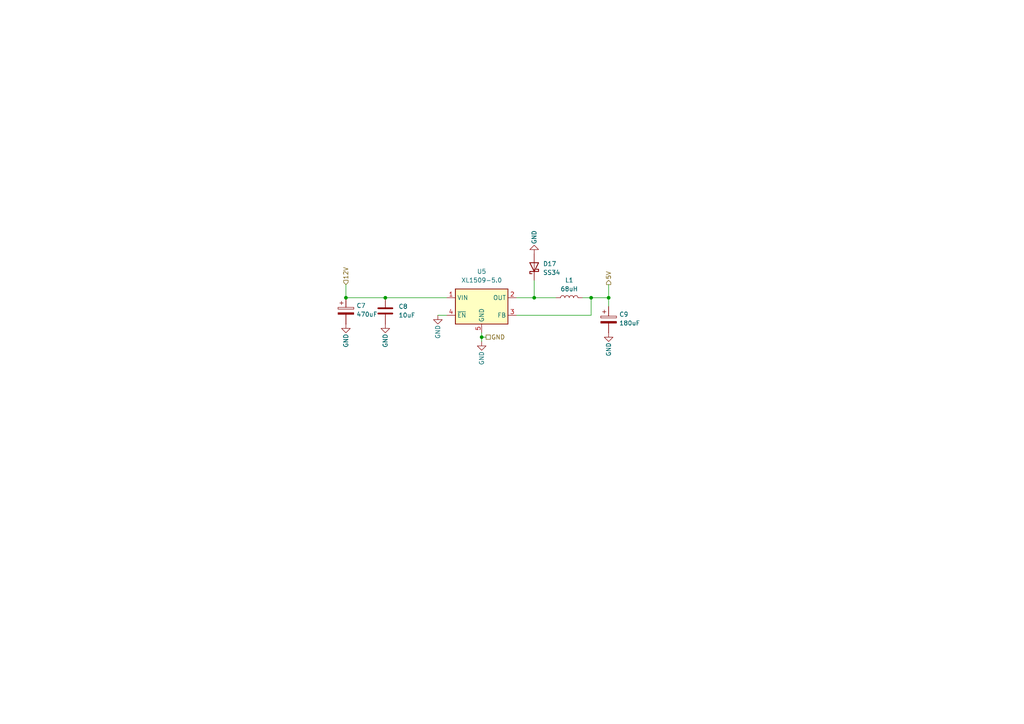
<source format=kicad_sch>
(kicad_sch (version 20250114) (generator "eeschema") (generator_version "9.0")
  (paper "A4")
  (lib_symbols
    (symbol "Device:C" (pin_numbers (hide yes)) (pin_names (offset 0.254))
      (property "Reference" "C" (at 0.635 2.54 0))
      (property "Value" "C" (at 0.635 -2.54 0))
      (symbol "C_0_1"
        (polyline (pts (xy -2.032 0.762) (xy 2.032 0.762)) (stroke (width 0.508)))
        (polyline (pts (xy -2.032 -0.762) (xy 2.032 -0.762)) (stroke (width 0.508)))
      )
      (symbol "C_1_1"
        (pin passive line (at 0 3.81 270) (length 2.794) (name "~") (number "1"))
        (pin passive line (at 0 -3.81 90) (length 2.794) (name "~") (number "2"))
      )
    )
    (symbol "Device:C_Polarized" (pin_numbers (hide yes)) (pin_names (offset 0.254))
      (property "Reference" "C" (at 0.635 2.54 0))
      (property "Value" "C_Polarized" (at 0.635 -2.54 0))
      (symbol "C_Polarized_0_1"
        (rectangle (start -2.286 0.508) (end 2.286 1.016))
        (polyline (pts (xy -1.778 2.286) (xy -0.762 2.286)))
        (polyline (pts (xy -1.27 2.794) (xy -1.27 1.778)))
        (rectangle (start 2.286 -0.508) (end -2.286 -1.016) (fill (type outline)))
      )
      (symbol "C_Polarized_1_1"
        (pin passive line (at 0 3.81 270) (length 2.794) (name "~") (number "1"))
        (pin passive line (at 0 -3.81 90) (length 2.794) (name "~") (number "2"))
      )
    )
    (symbol "Device:L" (pin_numbers (hide yes)) (pin_names (offset 1.016) (hide yes))
      (property "Reference" "L" (at -1.27 0 90))
      (property "Value" "L" (at 1.905 0 90))
      (symbol "L_0_1"
        (arc (start 0 2.54) (mid 0.6323 1.905) (end 0 1.27))
        (arc (start 0 1.27) (mid 0.6323 0.635) (end 0 0))
        (arc (start 0 0) (mid 0.6323 -0.635) (end 0 -1.27))
        (arc (start 0 -1.27) (mid 0.6323 -1.905) (end 0 -2.54))
      )
      (symbol "L_1_1"
        (pin passive line (at 0 3.81 270) (length 1.27) (name "1") (number "1"))
        (pin passive line (at 0 -3.81 90) (length 1.27) (name "2") (number "2"))
      )
    )
    (symbol "Diode:SS34" (pin_numbers (hide yes)) (pin_names (offset 1.016) (hide yes))
      (property "Reference" "D" (at 0 2.54 0))
      (property "Value" "SS34" (at 0 -2.54 0))
      (symbol "SS34_0_1"
        (polyline (pts (xy -1.905 0.635) (xy -1.905 1.27) (xy -1.27 1.27) (xy -1.27 -1.27) (xy -0.635 -1.27) (xy -0.635 -0.635)) (stroke (width 0.254)))
        (polyline (pts (xy 1.27 1.27) (xy 1.27 -1.27) (xy -1.27 0) (xy 1.27 1.27)) (stroke (width 0.254)))
        (polyline (pts (xy 1.27 0) (xy -1.27 0)))
      )
      (symbol "SS34_1_1"
        (pin passive line (at -3.81 0 0) (length 2.54) (name "K") (number "1"))
        (pin passive line (at 3.81 0 180) (length 2.54) (name "A") (number "2"))
      )
    )
    (symbol "Regulator_Switching:XL1509-5.0"
      (property "Reference" "U" (at -7.112 6.096 0))
      (property "Value" "XL1509-5.0" (at 5.842 6.096 0))
      (symbol "XL1509-5.0_0_1"
        (rectangle (start -7.62 5.08) (end 7.62 -5.08) (stroke (width 0.254)) (fill (type background)))
      )
      (symbol "XL1509-5.0_1_1"
        (pin power_in line (at -10.16 2.54 0) (length 2.54) (name "VIN") (number "1"))
        (pin input line (at -10.16 -2.54 0) (length 2.54) (name "~{EN}") (number "4"))
        (pin power_in line (at 0 -7.62 90) (length 2.54) (name "GND") (number "5"))
        (pin passive line (at 0 -7.62 90) (length 2.54) (hide yes) (name "GND") (number "6"))
        (pin passive line (at 0 -7.62 90) (length 2.54) (hide yes) (name "GND") (number "7"))
        (pin passive line (at 0 -7.62 90) (length 2.54) (hide yes) (name "GND") (number "8"))
        (pin power_out line (at 10.16 2.54 180) (length 2.54) (name "OUT") (number "2"))
        (pin input line (at 10.16 -2.54 180) (length 2.54) (name "FB") (number "3"))
      )
    )
    (symbol "power:GND" (power) (pin_numbers (hide yes)) (pin_names (offset 0) (hide yes))
      (property "Value" "GND" (at 0 -3.81 0))
      (symbol "GND_0_1"
        (polyline (pts (xy 0 0) (xy 0 -1.27) (xy 1.27 -1.27) (xy 0 -2.54) (xy -1.27 -1.27) (xy 0 -1.27)))
      )
      (symbol "GND_1_1"
        (pin power_in line (at 0 0 270) (length 0) (name "~") (number "1"))
      )
    )
  )
  (junction (at 139.7 97.79))
  (junction (at 111.76 86.36))
  (junction (at 100.33 86.36))
  (junction (at 154.94 86.36))
  (junction (at 171.45 86.36))
  (junction (at 176.53 86.36))
  (wire (pts (xy 139.7 97.79) (xy 139.7 96.52)))
  (wire (pts (xy 171.45 86.36) (xy 171.45 91.44)))
  (wire (pts (xy 161.29 86.36) (xy 154.94 86.36)))
  (wire (pts (xy 111.76 86.36) (xy 129.54 86.36)))
  (wire (pts (xy 154.94 86.36) (xy 149.86 86.36)))
  (wire (pts (xy 171.45 91.44) (xy 149.86 91.44)))
  (wire (pts (xy 100.33 86.36) (xy 111.76 86.36)))
  (wire (pts (xy 139.7 99.06) (xy 139.7 97.79)))
  (wire (pts (xy 100.33 82.55) (xy 100.33 86.36)))
  (wire (pts (xy 127 91.44) (xy 129.54 91.44)))
  (wire (pts (xy 176.53 88.9) (xy 176.53 86.36)))
  (wire (pts (xy 154.94 81.28) (xy 154.94 86.36)))
  (wire (pts (xy 171.45 86.36) (xy 176.53 86.36)))
  (wire (pts (xy 139.7 97.79) (xy 140.97 97.79)))
  (wire (pts (xy 176.53 82.55) (xy 176.53 86.36)))
  (wire (pts (xy 168.91 86.36) (xy 171.45 86.36)))
  (hierarchical_label "12V" (shape input) (at 100.33 82.55 90))
  (hierarchical_label "GND" (shape passive) (at 140.97 97.79 0))
  (hierarchical_label "5V" (shape output) (at 176.53 82.55 90))
  (symbol (lib_id "Device:C_Polarized") (at 176.53 92.71 0) (unit 1)
    (property "Reference" "C9" (at 179.578 91.186 0) (effects (justify left)))
    (property "Value" "180uF" (at 179.578 93.726 0) (effects (justify left)))
    (property "Footprint" "Capacitor_THT:CP_Radial_D8.0mm_P3.50mm" (effects (hide yes)))
    (property "Description" "Polarized capacitor" (effects (hide yes)))
  )
  (symbol (lib_id "Device:C") (at 111.76 90.17 0) (unit 1)
    (property "Reference" "C8" (at 115.57 88.8999 0) (effects (justify left)))
    (property "Value" "10uF" (at 115.57 91.4399 0) (effects (justify left)))
    (property "Footprint" "Capacitor_SMD:C_0603_1608Metric" (effects (hide yes)))
    (property "Description" "Unpolarized capacitor" (effects (hide yes)))
  )
  (symbol (lib_id "Regulator_Switching:XL1509-5.0") (at 139.7 88.9 0) (unit 1)
    (property "Reference" "U5" (at 139.7 78.74 0))
    (property "Value" "XL1509-5.0" (at 139.7 81.28 0))
    (property "Footprint" "Package_SO:SOIC-8_3.9x4.9mm_P1.27mm" (effects (hide yes)))
    (property "Datasheet" "https://datasheet.lcsc.com/lcsc/1809050422_XLSEMI-XL1509-5-0E1_C61063.pdf" (effects (hide yes)))
    (property "Description" "Buck DC/DC Converter, 2A, 5V Output Voltage, 7-40V Input Voltage" (effects (hide yes)))
  )
  (symbol (lib_id "Device:C_Polarized") (at 100.33 90.17 0) (unit 1)
    (property "Reference" "C7" (at 103.378 88.646 0) (effects (justify left)))
    (property "Value" "470uF" (at 103.378 91.186 0) (effects (justify left)))
    (property "Footprint" "Capacitor_THT:CP_Radial_D10.0mm_P5.00mm" (effects (hide yes)))
    (property "Description" "Polarized capacitor" (effects (hide yes)))
  )
  (symbol (lib_id "power:GND") (at 154.94 73.66 180) (unit 1)
    (property "Reference" "#PWR0232" (effects (hide yes)))
    (property "Value" "GND" (at 154.94 70.866 90) (effects (justify right)))
    (property "Description" "Power symbol creates a global label with name \"GND\" , ground" (effects (hide yes)))
  )
  (symbol (lib_id "Diode:SS34") (at 154.94 77.47 90) (unit 1)
    (property "Reference" "D17" (at 157.48 76.5174 90) (effects (justify right)))
    (property "Value" "SS34" (at 157.48 79.0574 90) (effects (justify right)))
    (property "Footprint" "Diode_SMD:D_SMA" (effects (hide yes)))
    (property "Datasheet" "https://www.vishay.com/docs/88751/ss32.pdf" (effects (hide yes)))
    (property "Description" "40V 3A Schottky Diode, SMA" (effects (hide yes)))
  )
  (symbol (lib_id "power:GND") (at 176.53 96.52 0) (unit 1)
    (property "Reference" "#PWR0234" (effects (hide yes)))
    (property "Value" "GND" (at 176.53 99.314 90) (effects (justify right)))
    (property "Description" "Power symbol creates a global label with name \"GND\" , ground" (effects (hide yes)))
  )
  (symbol (lib_id "Device:L") (at 165.1 86.36 90) (unit 1)
    (property "Reference" "L1" (at 165.1 81.28 90))
    (property "Value" "68uH" (at 165.1 83.82 90))
    (property "Footprint" "Inductor_SMD:L_Coilcraft_MSS1210-XXX" (effects (hide yes)))
    (property "Description" "Inductor" (effects (hide yes)))
  )
  (symbol (lib_id "power:GND") (at 100.33 93.98 0) (unit 1)
    (property "Reference" "#PWR0228" (effects (hide yes)))
    (property "Value" "GND" (at 100.33 96.774 90) (effects (justify right)))
    (property "Description" "Power symbol creates a global label with name \"GND\" , ground" (effects (hide yes)))
  )
  (symbol (lib_id "power:GND") (at 139.7 99.06 0) (unit 1)
    (property "Reference" "#PWR0231" (effects (hide yes)))
    (property "Value" "GND" (at 139.7 101.854 90) (effects (justify right)))
    (property "Description" "Power symbol creates a global label with name \"GND\" , ground" (effects (hide yes)))
  )
  (symbol (lib_id "power:GND") (at 111.76 93.98 0) (unit 1)
    (property "Reference" "#PWR0229" (effects (hide yes)))
    (property "Value" "GND" (at 111.76 96.774 90) (effects (justify right)))
    (property "Description" "Power symbol creates a global label with name \"GND\" , ground" (effects (hide yes)))
  )
  (symbol (lib_id "power:GND") (at 127 91.44 0) (unit 1)
    (property "Reference" "#PWR0230" (effects (hide yes)))
    (property "Value" "GND" (at 127 94.234 90) (effects (justify right)))
    (property "Description" "Power symbol creates a global label with name \"GND\" , ground" (effects (hide yes)))
  )
)
</source>
